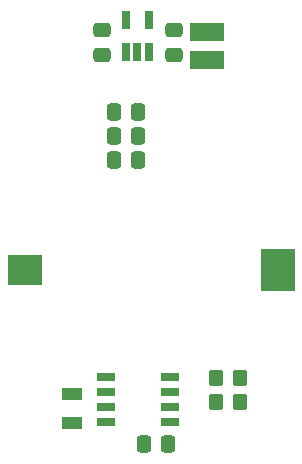
<source format=gbp>
G04 #@! TF.GenerationSoftware,KiCad,Pcbnew,6.0.9-8da3e8f707~116~ubuntu22.04.1*
G04 #@! TF.CreationDate,2022-11-08T11:27:41+01:00*
G04 #@! TF.ProjectId,PCB-Horloge,5043422d-486f-4726-9c6f-67652e6b6963,1.0*
G04 #@! TF.SameCoordinates,Original*
G04 #@! TF.FileFunction,Paste,Bot*
G04 #@! TF.FilePolarity,Positive*
%FSLAX46Y46*%
G04 Gerber Fmt 4.6, Leading zero omitted, Abs format (unit mm)*
G04 Created by KiCad (PCBNEW 6.0.9-8da3e8f707~116~ubuntu22.04.1) date 2022-11-08 11:27:41*
%MOMM*%
%LPD*%
G01*
G04 APERTURE LIST*
G04 Aperture macros list*
%AMRoundRect*
0 Rectangle with rounded corners*
0 $1 Rounding radius*
0 $2 $3 $4 $5 $6 $7 $8 $9 X,Y pos of 4 corners*
0 Add a 4 corners polygon primitive as box body*
4,1,4,$2,$3,$4,$5,$6,$7,$8,$9,$2,$3,0*
0 Add four circle primitives for the rounded corners*
1,1,$1+$1,$2,$3*
1,1,$1+$1,$4,$5*
1,1,$1+$1,$6,$7*
1,1,$1+$1,$8,$9*
0 Add four rect primitives between the rounded corners*
20,1,$1+$1,$2,$3,$4,$5,0*
20,1,$1+$1,$4,$5,$6,$7,0*
20,1,$1+$1,$6,$7,$8,$9,0*
20,1,$1+$1,$8,$9,$2,$3,0*%
G04 Aperture macros list end*
%ADD10RoundRect,0.250000X-0.475000X0.337500X-0.475000X-0.337500X0.475000X-0.337500X0.475000X0.337500X0*%
%ADD11RoundRect,0.250000X0.337500X0.475000X-0.337500X0.475000X-0.337500X-0.475000X0.337500X-0.475000X0*%
%ADD12R,3.000000X1.600000*%
%ADD13R,0.650000X1.560000*%
%ADD14R,1.550000X0.700000*%
%ADD15R,3.000000X3.600000*%
%ADD16R,3.000000X2.600000*%
%ADD17RoundRect,0.250000X0.350000X0.450000X-0.350000X0.450000X-0.350000X-0.450000X0.350000X-0.450000X0*%
%ADD18RoundRect,0.250000X-0.337500X-0.475000X0.337500X-0.475000X0.337500X0.475000X-0.337500X0.475000X0*%
%ADD19RoundRect,0.250000X0.475000X-0.337500X0.475000X0.337500X-0.475000X0.337500X-0.475000X-0.337500X0*%
%ADD20R,1.800000X1.000000*%
G04 APERTURE END LIST*
D10*
X134112000Y-73638500D03*
X134112000Y-75713500D03*
D11*
X139721500Y-108712000D03*
X137646500Y-108712000D03*
D12*
X143000000Y-73800000D03*
X143000000Y-76200000D03*
D13*
X138061090Y-75518000D03*
X137111090Y-75518000D03*
X136161090Y-75518000D03*
X136161090Y-72818000D03*
X138061090Y-72818000D03*
D14*
X134435000Y-106787000D03*
X134435000Y-105517000D03*
X134435000Y-104247000D03*
X134435000Y-102977000D03*
X139885000Y-102977000D03*
X139885000Y-104247000D03*
X139885000Y-105517000D03*
X139885000Y-106787000D03*
D15*
X148990000Y-93980000D03*
D16*
X127590000Y-93980000D03*
D17*
X145780000Y-103124000D03*
X143780000Y-103124000D03*
X145780000Y-105156000D03*
X143780000Y-105156000D03*
D18*
X135106500Y-84600867D03*
X137181500Y-84600867D03*
X135106500Y-82568867D03*
X137181500Y-82568867D03*
D19*
X140208000Y-75713500D03*
X140208000Y-73638500D03*
D20*
X131572000Y-106914000D03*
X131572000Y-104414000D03*
D18*
X135106500Y-80536867D03*
X137181500Y-80536867D03*
M02*

</source>
